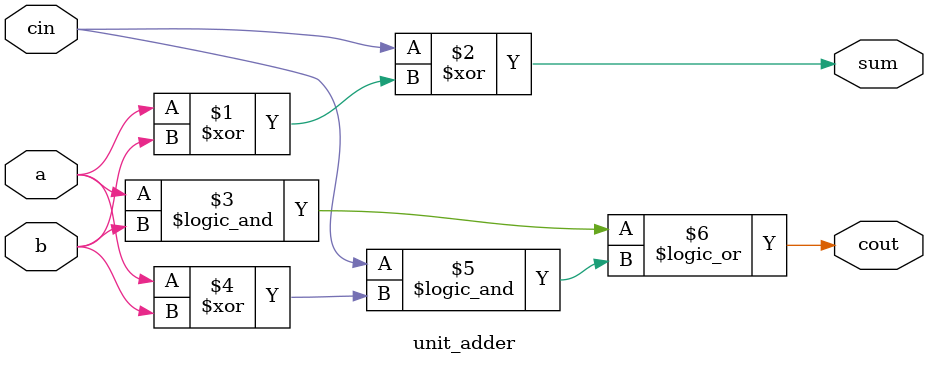
<source format=sv>


module unit_adder(input logic a, b, cin,
			output logic sum, cout);
		
	assign sum  = cin ^ ( a ^ b);
	assign cout = a && b || cin && (a ^ b);
	
	
endmodule	
</source>
